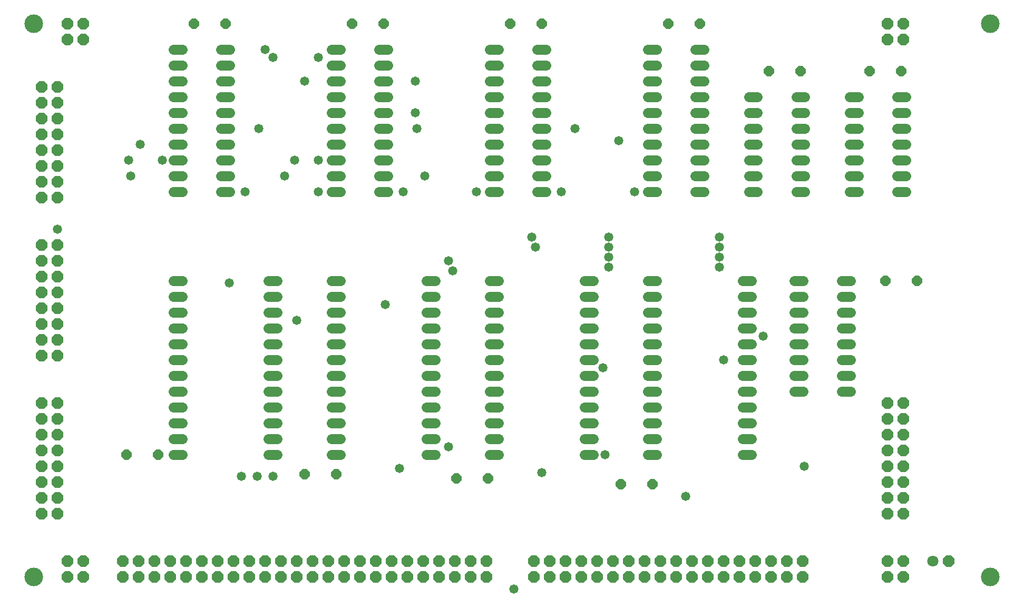
<source format=gbs>
G75*
%MOIN*%
%OFA0B0*%
%FSLAX24Y24*%
%IPPOS*%
%LPD*%
%AMOC8*
5,1,8,0,0,1.08239X$1,22.5*
%
%ADD10C,0.1180*%
%ADD11C,0.0640*%
%ADD12OC8,0.0720*%
%ADD13OC8,0.0640*%
%ADD14OC8,0.0710*%
%ADD15C,0.0710*%
%ADD16C,0.0580*%
D10*
X005265Y006140D03*
X005265Y041140D03*
X065765Y041140D03*
X065765Y006140D03*
D11*
X050670Y013890D02*
X050110Y013890D01*
X050110Y014890D02*
X050670Y014890D01*
X050670Y015890D02*
X050110Y015890D01*
X050110Y016890D02*
X050670Y016890D01*
X050670Y017890D02*
X050110Y017890D01*
X050110Y018890D02*
X050670Y018890D01*
X050670Y019890D02*
X050110Y019890D01*
X050110Y020890D02*
X050670Y020890D01*
X050670Y021890D02*
X050110Y021890D01*
X050110Y022890D02*
X050670Y022890D01*
X050670Y023890D02*
X050110Y023890D01*
X050110Y024890D02*
X050670Y024890D01*
X053360Y024890D02*
X053920Y024890D01*
X053920Y023890D02*
X053360Y023890D01*
X053360Y022890D02*
X053920Y022890D01*
X053920Y021890D02*
X053360Y021890D01*
X053360Y020890D02*
X053920Y020890D01*
X053920Y019890D02*
X053360Y019890D01*
X053360Y018890D02*
X053920Y018890D01*
X053920Y017890D02*
X053360Y017890D01*
X056360Y017890D02*
X056920Y017890D01*
X056920Y018890D02*
X056360Y018890D01*
X056360Y019890D02*
X056920Y019890D01*
X056920Y020890D02*
X056360Y020890D01*
X056360Y021890D02*
X056920Y021890D01*
X056920Y022890D02*
X056360Y022890D01*
X056360Y023890D02*
X056920Y023890D01*
X056920Y024890D02*
X056360Y024890D01*
X056860Y030515D02*
X057420Y030515D01*
X057420Y031515D02*
X056860Y031515D01*
X056860Y032515D02*
X057420Y032515D01*
X057420Y033515D02*
X056860Y033515D01*
X056860Y034515D02*
X057420Y034515D01*
X057420Y035515D02*
X056860Y035515D01*
X056860Y036515D02*
X057420Y036515D01*
X059860Y036515D02*
X060420Y036515D01*
X060420Y035515D02*
X059860Y035515D01*
X059860Y034515D02*
X060420Y034515D01*
X060420Y033515D02*
X059860Y033515D01*
X059860Y032515D02*
X060420Y032515D01*
X060420Y031515D02*
X059860Y031515D01*
X059860Y030515D02*
X060420Y030515D01*
X054045Y030515D02*
X053485Y030515D01*
X053485Y031515D02*
X054045Y031515D01*
X054045Y032515D02*
X053485Y032515D01*
X053485Y033515D02*
X054045Y033515D01*
X054045Y034515D02*
X053485Y034515D01*
X053485Y035515D02*
X054045Y035515D01*
X054045Y036515D02*
X053485Y036515D01*
X051045Y036515D02*
X050485Y036515D01*
X050485Y035515D02*
X051045Y035515D01*
X051045Y034515D02*
X050485Y034515D01*
X050485Y033515D02*
X051045Y033515D01*
X051045Y032515D02*
X050485Y032515D01*
X050485Y031515D02*
X051045Y031515D01*
X051045Y030515D02*
X050485Y030515D01*
X047670Y030515D02*
X047110Y030515D01*
X047110Y031515D02*
X047670Y031515D01*
X047670Y032515D02*
X047110Y032515D01*
X047110Y033515D02*
X047670Y033515D01*
X047670Y034515D02*
X047110Y034515D01*
X047110Y035515D02*
X047670Y035515D01*
X047670Y036515D02*
X047110Y036515D01*
X047110Y037515D02*
X047670Y037515D01*
X047670Y038515D02*
X047110Y038515D01*
X047110Y039515D02*
X047670Y039515D01*
X044670Y039515D02*
X044110Y039515D01*
X044110Y038515D02*
X044670Y038515D01*
X044670Y037515D02*
X044110Y037515D01*
X044110Y036515D02*
X044670Y036515D01*
X044670Y035515D02*
X044110Y035515D01*
X044110Y034515D02*
X044670Y034515D01*
X044670Y033515D02*
X044110Y033515D01*
X044110Y032515D02*
X044670Y032515D01*
X044670Y031515D02*
X044110Y031515D01*
X044110Y030515D02*
X044670Y030515D01*
X037670Y030515D02*
X037110Y030515D01*
X037110Y031515D02*
X037670Y031515D01*
X037670Y032515D02*
X037110Y032515D01*
X037110Y033515D02*
X037670Y033515D01*
X037670Y034515D02*
X037110Y034515D01*
X037110Y035515D02*
X037670Y035515D01*
X037670Y036515D02*
X037110Y036515D01*
X037110Y037515D02*
X037670Y037515D01*
X037670Y038515D02*
X037110Y038515D01*
X037110Y039515D02*
X037670Y039515D01*
X034670Y039515D02*
X034110Y039515D01*
X034110Y038515D02*
X034670Y038515D01*
X034670Y037515D02*
X034110Y037515D01*
X034110Y036515D02*
X034670Y036515D01*
X034670Y035515D02*
X034110Y035515D01*
X034110Y034515D02*
X034670Y034515D01*
X034670Y033515D02*
X034110Y033515D01*
X034110Y032515D02*
X034670Y032515D01*
X034670Y031515D02*
X034110Y031515D01*
X034110Y030515D02*
X034670Y030515D01*
X027670Y030515D02*
X027110Y030515D01*
X027110Y031515D02*
X027670Y031515D01*
X027670Y032515D02*
X027110Y032515D01*
X027110Y033515D02*
X027670Y033515D01*
X027670Y034515D02*
X027110Y034515D01*
X027110Y035515D02*
X027670Y035515D01*
X027670Y036515D02*
X027110Y036515D01*
X027110Y037515D02*
X027670Y037515D01*
X027670Y038515D02*
X027110Y038515D01*
X027110Y039515D02*
X027670Y039515D01*
X024670Y039515D02*
X024110Y039515D01*
X024110Y038515D02*
X024670Y038515D01*
X024670Y037515D02*
X024110Y037515D01*
X024110Y036515D02*
X024670Y036515D01*
X024670Y035515D02*
X024110Y035515D01*
X024110Y034515D02*
X024670Y034515D01*
X024670Y033515D02*
X024110Y033515D01*
X024110Y032515D02*
X024670Y032515D01*
X024670Y031515D02*
X024110Y031515D01*
X024110Y030515D02*
X024670Y030515D01*
X017670Y030515D02*
X017110Y030515D01*
X017110Y031515D02*
X017670Y031515D01*
X017670Y032515D02*
X017110Y032515D01*
X017110Y033515D02*
X017670Y033515D01*
X017670Y034515D02*
X017110Y034515D01*
X017110Y035515D02*
X017670Y035515D01*
X017670Y036515D02*
X017110Y036515D01*
X017110Y037515D02*
X017670Y037515D01*
X017670Y038515D02*
X017110Y038515D01*
X017110Y039515D02*
X017670Y039515D01*
X014670Y039515D02*
X014110Y039515D01*
X014110Y038515D02*
X014670Y038515D01*
X014670Y037515D02*
X014110Y037515D01*
X014110Y036515D02*
X014670Y036515D01*
X014670Y035515D02*
X014110Y035515D01*
X014110Y034515D02*
X014670Y034515D01*
X014670Y033515D02*
X014110Y033515D01*
X014110Y032515D02*
X014670Y032515D01*
X014670Y031515D02*
X014110Y031515D01*
X014110Y030515D02*
X014670Y030515D01*
X014670Y024890D02*
X014110Y024890D01*
X014110Y023890D02*
X014670Y023890D01*
X014670Y022890D02*
X014110Y022890D01*
X014110Y021890D02*
X014670Y021890D01*
X014670Y020890D02*
X014110Y020890D01*
X014110Y019890D02*
X014670Y019890D01*
X014670Y018890D02*
X014110Y018890D01*
X014110Y017890D02*
X014670Y017890D01*
X014670Y016890D02*
X014110Y016890D01*
X014110Y015890D02*
X014670Y015890D01*
X014670Y014890D02*
X014110Y014890D01*
X014110Y013890D02*
X014670Y013890D01*
X020110Y013890D02*
X020670Y013890D01*
X020670Y014890D02*
X020110Y014890D01*
X020110Y015890D02*
X020670Y015890D01*
X020670Y016890D02*
X020110Y016890D01*
X020110Y017890D02*
X020670Y017890D01*
X020670Y018890D02*
X020110Y018890D01*
X020110Y019890D02*
X020670Y019890D01*
X020670Y020890D02*
X020110Y020890D01*
X020110Y021890D02*
X020670Y021890D01*
X020670Y022890D02*
X020110Y022890D01*
X020110Y023890D02*
X020670Y023890D01*
X020670Y024890D02*
X020110Y024890D01*
X024110Y024890D02*
X024670Y024890D01*
X024670Y023890D02*
X024110Y023890D01*
X024110Y022890D02*
X024670Y022890D01*
X024670Y021890D02*
X024110Y021890D01*
X024110Y020890D02*
X024670Y020890D01*
X024670Y019890D02*
X024110Y019890D01*
X024110Y018890D02*
X024670Y018890D01*
X024670Y017890D02*
X024110Y017890D01*
X024110Y016890D02*
X024670Y016890D01*
X024670Y015890D02*
X024110Y015890D01*
X024110Y014890D02*
X024670Y014890D01*
X024670Y013890D02*
X024110Y013890D01*
X030110Y013890D02*
X030670Y013890D01*
X030670Y014890D02*
X030110Y014890D01*
X030110Y015890D02*
X030670Y015890D01*
X030670Y016890D02*
X030110Y016890D01*
X030110Y017890D02*
X030670Y017890D01*
X030670Y018890D02*
X030110Y018890D01*
X030110Y019890D02*
X030670Y019890D01*
X030670Y020890D02*
X030110Y020890D01*
X030110Y021890D02*
X030670Y021890D01*
X030670Y022890D02*
X030110Y022890D01*
X030110Y023890D02*
X030670Y023890D01*
X030670Y024890D02*
X030110Y024890D01*
X034110Y024890D02*
X034670Y024890D01*
X034670Y023890D02*
X034110Y023890D01*
X034110Y022890D02*
X034670Y022890D01*
X034670Y021890D02*
X034110Y021890D01*
X034110Y020890D02*
X034670Y020890D01*
X034670Y019890D02*
X034110Y019890D01*
X034110Y018890D02*
X034670Y018890D01*
X034670Y017890D02*
X034110Y017890D01*
X034110Y016890D02*
X034670Y016890D01*
X034670Y015890D02*
X034110Y015890D01*
X034110Y014890D02*
X034670Y014890D01*
X034670Y013890D02*
X034110Y013890D01*
X040110Y013890D02*
X040670Y013890D01*
X040670Y014890D02*
X040110Y014890D01*
X040110Y015890D02*
X040670Y015890D01*
X040670Y016890D02*
X040110Y016890D01*
X040110Y017890D02*
X040670Y017890D01*
X040670Y018890D02*
X040110Y018890D01*
X040110Y019890D02*
X040670Y019890D01*
X040670Y020890D02*
X040110Y020890D01*
X040110Y021890D02*
X040670Y021890D01*
X040670Y022890D02*
X040110Y022890D01*
X040110Y023890D02*
X040670Y023890D01*
X040670Y024890D02*
X040110Y024890D01*
X044110Y024890D02*
X044670Y024890D01*
X044670Y023890D02*
X044110Y023890D01*
X044110Y022890D02*
X044670Y022890D01*
X044670Y021890D02*
X044110Y021890D01*
X044110Y020890D02*
X044670Y020890D01*
X044670Y019890D02*
X044110Y019890D01*
X044110Y018890D02*
X044670Y018890D01*
X044670Y017890D02*
X044110Y017890D01*
X044110Y016890D02*
X044670Y016890D01*
X044670Y015890D02*
X044110Y015890D01*
X044110Y014890D02*
X044670Y014890D01*
X044670Y013890D02*
X044110Y013890D01*
D12*
X043890Y007140D03*
X042890Y007140D03*
X041890Y007140D03*
X041890Y006140D03*
X042890Y006140D03*
X043890Y006140D03*
X044890Y006140D03*
X045890Y006140D03*
X045890Y007140D03*
X044890Y007140D03*
X046890Y007140D03*
X047890Y007140D03*
X048890Y007140D03*
X048890Y006140D03*
X047890Y006140D03*
X046890Y006140D03*
X049890Y006140D03*
X050890Y006140D03*
X050890Y007140D03*
X049890Y007140D03*
X051890Y007140D03*
X052890Y007140D03*
X052890Y006140D03*
X051890Y006140D03*
X053890Y006140D03*
X053890Y007140D03*
X059265Y007140D03*
X060265Y007140D03*
X060265Y006140D03*
X059265Y006140D03*
X059265Y010140D03*
X060265Y010140D03*
X060265Y011140D03*
X059265Y011140D03*
X059265Y012140D03*
X060265Y012140D03*
X060265Y013140D03*
X059265Y013140D03*
X059265Y014140D03*
X060265Y014140D03*
X060265Y015140D03*
X059265Y015140D03*
X059265Y016140D03*
X060265Y016140D03*
X060265Y017140D03*
X059265Y017140D03*
X040890Y007140D03*
X039890Y007140D03*
X039890Y006140D03*
X040890Y006140D03*
X038890Y006140D03*
X037890Y006140D03*
X036890Y006140D03*
X036890Y007140D03*
X037890Y007140D03*
X038890Y007140D03*
X033890Y007140D03*
X032890Y007140D03*
X032890Y006140D03*
X033890Y006140D03*
X031890Y006140D03*
X030890Y006140D03*
X029890Y006140D03*
X029890Y007140D03*
X030890Y007140D03*
X031890Y007140D03*
X028890Y007140D03*
X027890Y007140D03*
X027890Y006140D03*
X028890Y006140D03*
X026890Y006140D03*
X025890Y006140D03*
X024890Y006140D03*
X024890Y007140D03*
X025890Y007140D03*
X026890Y007140D03*
X023890Y007140D03*
X022890Y007140D03*
X022890Y006140D03*
X023890Y006140D03*
X021890Y006140D03*
X020890Y006140D03*
X019890Y006140D03*
X019890Y007140D03*
X020890Y007140D03*
X021890Y007140D03*
X018890Y007140D03*
X017890Y007140D03*
X017890Y006140D03*
X018890Y006140D03*
X016890Y006140D03*
X015890Y006140D03*
X015890Y007140D03*
X016890Y007140D03*
X014890Y007140D03*
X013890Y007140D03*
X012890Y007140D03*
X012890Y006140D03*
X013890Y006140D03*
X014890Y006140D03*
X011890Y006140D03*
X010890Y006140D03*
X010890Y007140D03*
X011890Y007140D03*
X008390Y007140D03*
X007390Y007140D03*
X007390Y006140D03*
X008390Y006140D03*
X006765Y010140D03*
X005765Y010140D03*
X005765Y011140D03*
X006765Y011140D03*
X006765Y012140D03*
X005765Y012140D03*
X005765Y013140D03*
X006765Y013140D03*
X006765Y014140D03*
X005765Y014140D03*
X005765Y015140D03*
X006765Y015140D03*
X006765Y016140D03*
X005765Y016140D03*
X005765Y017140D03*
X006765Y017140D03*
X006765Y020140D03*
X005765Y020140D03*
X005765Y021140D03*
X006765Y021140D03*
X006765Y022140D03*
X005765Y022140D03*
X005765Y023140D03*
X006765Y023140D03*
X006765Y024140D03*
X005765Y024140D03*
X005765Y025140D03*
X006765Y025140D03*
X006765Y026140D03*
X005765Y026140D03*
X005765Y027140D03*
X006765Y027140D03*
X006765Y030140D03*
X005765Y030140D03*
X005765Y031140D03*
X006765Y031140D03*
X006765Y032140D03*
X005765Y032140D03*
X005765Y033140D03*
X006765Y033140D03*
X006765Y034140D03*
X005765Y034140D03*
X005765Y035140D03*
X006765Y035140D03*
X006765Y036140D03*
X005765Y036140D03*
X005765Y037140D03*
X006765Y037140D03*
X007390Y040140D03*
X008390Y040140D03*
X008390Y041140D03*
X007390Y041140D03*
X059265Y041140D03*
X060265Y041140D03*
X060265Y040140D03*
X059265Y040140D03*
D13*
X060140Y038140D03*
X058140Y038140D03*
X053765Y038140D03*
X051765Y038140D03*
X047390Y041140D03*
X045390Y041140D03*
X037390Y041140D03*
X035390Y041140D03*
X027390Y041140D03*
X025390Y041140D03*
X017390Y041140D03*
X015390Y041140D03*
X013140Y013890D03*
X011140Y013890D03*
X022390Y012640D03*
X024390Y012640D03*
X032015Y012390D03*
X034015Y012390D03*
X042390Y012015D03*
X044390Y012015D03*
X059140Y024890D03*
X061140Y024890D03*
D14*
X063140Y007140D03*
D15*
X062140Y007140D03*
D16*
X054015Y013140D03*
X046515Y011265D03*
X041390Y013890D03*
X037390Y012765D03*
X031515Y014390D03*
X028390Y013015D03*
X020390Y012515D03*
X019390Y012515D03*
X018390Y012515D03*
X021890Y022390D03*
X017640Y024765D03*
X018640Y030515D03*
X021140Y031515D03*
X021765Y032515D03*
X023265Y032515D03*
X023265Y030515D03*
X028640Y030515D03*
X030015Y031515D03*
X033265Y030515D03*
X036765Y027640D03*
X037015Y027015D03*
X041640Y027015D03*
X041640Y027640D03*
X041640Y026390D03*
X041640Y025765D03*
X043265Y030515D03*
X042265Y033765D03*
X039515Y034515D03*
X038640Y030515D03*
X031515Y026140D03*
X031765Y025515D03*
X027515Y023390D03*
X041265Y019390D03*
X048890Y019890D03*
X051390Y021390D03*
X048640Y025765D03*
X048640Y026390D03*
X048640Y027015D03*
X048640Y027640D03*
X029515Y034515D03*
X029390Y035515D03*
X029390Y037515D03*
X023265Y039015D03*
X022390Y037515D03*
X020390Y039015D03*
X019890Y039515D03*
X019515Y034515D03*
X013390Y032515D03*
X011390Y031515D03*
X011265Y032515D03*
X012015Y033515D03*
X006765Y028140D03*
X035640Y005390D03*
M02*

</source>
